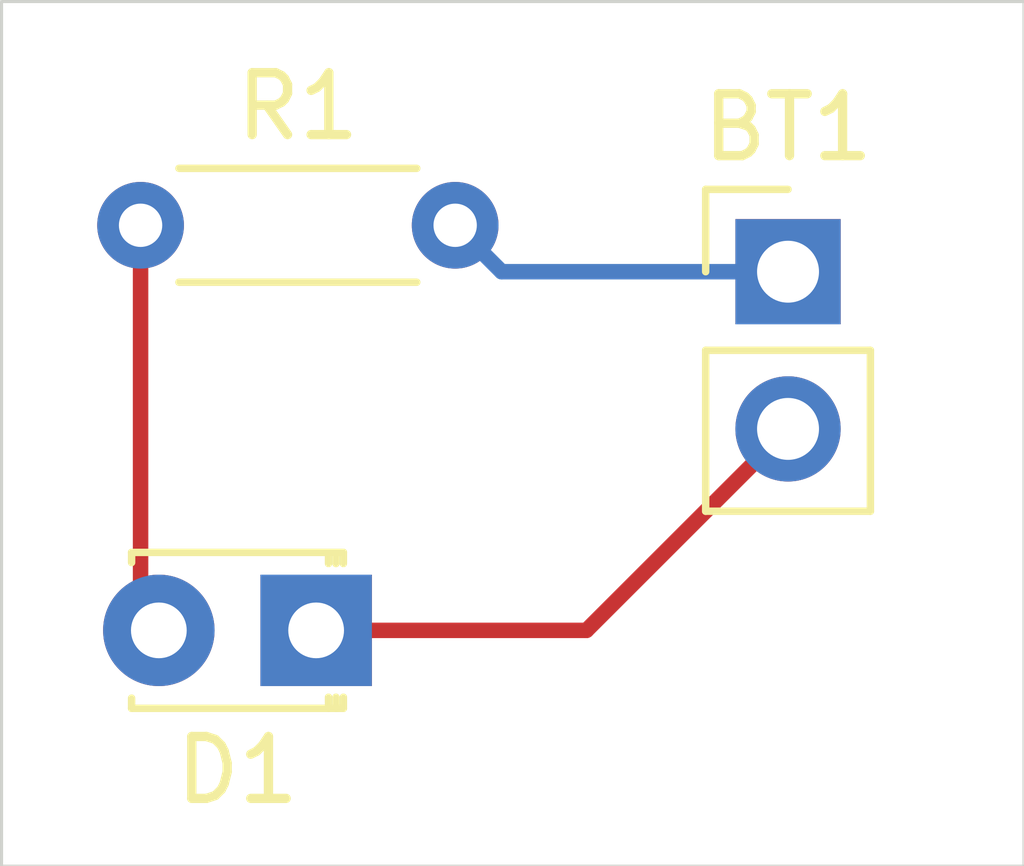
<source format=kicad_pcb>
(kicad_pcb (version 20171130) (host pcbnew "(5.1.4)-1")

  (general
    (thickness 1.6)
    (drawings 5)
    (tracks 6)
    (zones 0)
    (modules 3)
    (nets 4)
  )

  (page A4)
  (layers
    (0 F.Cu signal)
    (31 B.Cu signal)
    (32 B.Adhes user)
    (33 F.Adhes user)
    (34 B.Paste user)
    (35 F.Paste user)
    (36 B.SilkS user)
    (37 F.SilkS user)
    (38 B.Mask user)
    (39 F.Mask user)
    (40 Dwgs.User user)
    (41 Cmts.User user)
    (42 Eco1.User user)
    (43 Eco2.User user)
    (44 Edge.Cuts user)
    (45 Margin user)
    (46 B.CrtYd user)
    (47 F.CrtYd user)
    (48 B.Fab user)
    (49 F.Fab user)
  )

  (setup
    (last_trace_width 0.25)
    (trace_clearance 0.2)
    (zone_clearance 0.508)
    (zone_45_only no)
    (trace_min 0.2)
    (via_size 0.8)
    (via_drill 0.4)
    (via_min_size 0.4)
    (via_min_drill 0.3)
    (uvia_size 0.3)
    (uvia_drill 0.1)
    (uvias_allowed no)
    (uvia_min_size 0.2)
    (uvia_min_drill 0.1)
    (edge_width 0.05)
    (segment_width 0.2)
    (pcb_text_width 0.3)
    (pcb_text_size 1.5 1.5)
    (mod_edge_width 0.12)
    (mod_text_size 1 1)
    (mod_text_width 0.15)
    (pad_size 1.524 1.524)
    (pad_drill 0.762)
    (pad_to_mask_clearance 0.051)
    (solder_mask_min_width 0.25)
    (aux_axis_origin 0 0)
    (visible_elements FFFFFF7F)
    (pcbplotparams
      (layerselection 0x010fc_ffffffff)
      (usegerberextensions false)
      (usegerberattributes false)
      (usegerberadvancedattributes false)
      (creategerberjobfile false)
      (excludeedgelayer true)
      (linewidth 0.100000)
      (plotframeref false)
      (viasonmask false)
      (mode 1)
      (useauxorigin false)
      (hpglpennumber 1)
      (hpglpenspeed 20)
      (hpglpendiameter 15.000000)
      (psnegative false)
      (psa4output false)
      (plotreference true)
      (plotvalue true)
      (plotinvisibletext false)
      (padsonsilk false)
      (subtractmaskfromsilk false)
      (outputformat 1)
      (mirror false)
      (drillshape 1)
      (scaleselection 1)
      (outputdirectory ""))
  )

  (net 0 "")
  (net 1 "Net-(BT1-Pad1)")
  (net 2 "Net-(BT1-Pad2)")
  (net 3 "Net-(D1-Pad2)")

  (net_class Default "This is the default net class."
    (clearance 0.2)
    (trace_width 0.25)
    (via_dia 0.8)
    (via_drill 0.4)
    (uvia_dia 0.3)
    (uvia_drill 0.1)
    (add_net "Net-(BT1-Pad1)")
    (add_net "Net-(BT1-Pad2)")
    (add_net "Net-(D1-Pad2)")
  )

  (module Connector_PinHeader_2.54mm:PinHeader_1x02_P2.54mm_Vertical (layer F.Cu) (tedit 59FED5CC) (tstamp 5E96BD34)
    (at 172.72 125.015001)
    (descr "Through hole straight pin header, 1x02, 2.54mm pitch, single row")
    (tags "Through hole pin header THT 1x02 2.54mm single row")
    (path /5E96844D)
    (fp_text reference BT1 (at 0 -2.33) (layer F.SilkS)
      (effects (font (size 1 1) (thickness 0.15)))
    )
    (fp_text value 9V (at 0 4.87) (layer F.Fab)
      (effects (font (size 1 1) (thickness 0.15)))
    )
    (fp_line (start -0.635 -1.27) (end 1.27 -1.27) (layer F.Fab) (width 0.1))
    (fp_line (start 1.27 -1.27) (end 1.27 3.81) (layer F.Fab) (width 0.1))
    (fp_line (start 1.27 3.81) (end -1.27 3.81) (layer F.Fab) (width 0.1))
    (fp_line (start -1.27 3.81) (end -1.27 -0.635) (layer F.Fab) (width 0.1))
    (fp_line (start -1.27 -0.635) (end -0.635 -1.27) (layer F.Fab) (width 0.1))
    (fp_line (start -1.33 3.87) (end 1.33 3.87) (layer F.SilkS) (width 0.12))
    (fp_line (start -1.33 1.27) (end -1.33 3.87) (layer F.SilkS) (width 0.12))
    (fp_line (start 1.33 1.27) (end 1.33 3.87) (layer F.SilkS) (width 0.12))
    (fp_line (start -1.33 1.27) (end 1.33 1.27) (layer F.SilkS) (width 0.12))
    (fp_line (start -1.33 0) (end -1.33 -1.33) (layer F.SilkS) (width 0.12))
    (fp_line (start -1.33 -1.33) (end 0 -1.33) (layer F.SilkS) (width 0.12))
    (fp_line (start -1.8 -1.8) (end -1.8 4.35) (layer F.CrtYd) (width 0.05))
    (fp_line (start -1.8 4.35) (end 1.8 4.35) (layer F.CrtYd) (width 0.05))
    (fp_line (start 1.8 4.35) (end 1.8 -1.8) (layer F.CrtYd) (width 0.05))
    (fp_line (start 1.8 -1.8) (end -1.8 -1.8) (layer F.CrtYd) (width 0.05))
    (fp_text user %R (at 0 1.27 90) (layer F.Fab)
      (effects (font (size 1 1) (thickness 0.15)))
    )
    (pad 1 thru_hole rect (at 0 0) (size 1.7 1.7) (drill 1) (layers *.Cu *.Mask)
      (net 1 "Net-(BT1-Pad1)"))
    (pad 2 thru_hole oval (at 0 2.54) (size 1.7 1.7) (drill 1) (layers *.Cu *.Mask)
      (net 2 "Net-(BT1-Pad2)"))
    (model ${KISYS3DMOD}/Connector_PinHeader_2.54mm.3dshapes/PinHeader_1x02_P2.54mm_Vertical.wrl
      (at (xyz 0 0 0))
      (scale (xyz 1 1 1))
      (rotate (xyz 0 0 0))
    )
  )

  (module LED_THT:LED_D1.8mm_W3.3mm_H2.4mm (layer F.Cu) (tedit 5880A862) (tstamp 5E96BD4D)
    (at 165.1 130.81 180)
    (descr "LED, Round,  Rectangular size 3.3x2.4mm^2 diameter 1.8mm, 2 pins")
    (tags "LED Round  Rectangular size 3.3x2.4mm^2 diameter 1.8mm 2 pins")
    (path /5E967318)
    (fp_text reference D1 (at 1.27 -2.26) (layer F.SilkS)
      (effects (font (size 1 1) (thickness 0.15)))
    )
    (fp_text value LED (at 1.27 2.26) (layer F.Fab)
      (effects (font (size 1 1) (thickness 0.15)))
    )
    (fp_circle (center 1.27 0) (end 2.17 0) (layer F.Fab) (width 0.1))
    (fp_line (start -0.38 -1.2) (end -0.38 1.2) (layer F.Fab) (width 0.1))
    (fp_line (start -0.38 1.2) (end 2.92 1.2) (layer F.Fab) (width 0.1))
    (fp_line (start 2.92 1.2) (end 2.92 -1.2) (layer F.Fab) (width 0.1))
    (fp_line (start 2.92 -1.2) (end -0.38 -1.2) (layer F.Fab) (width 0.1))
    (fp_line (start -0.44 -1.26) (end 2.98 -1.26) (layer F.SilkS) (width 0.12))
    (fp_line (start -0.44 1.26) (end 2.98 1.26) (layer F.SilkS) (width 0.12))
    (fp_line (start -0.44 -1.26) (end -0.44 -1.08) (layer F.SilkS) (width 0.12))
    (fp_line (start -0.44 1.08) (end -0.44 1.26) (layer F.SilkS) (width 0.12))
    (fp_line (start 2.98 -1.26) (end 2.98 -1.095) (layer F.SilkS) (width 0.12))
    (fp_line (start 2.98 1.095) (end 2.98 1.26) (layer F.SilkS) (width 0.12))
    (fp_line (start -0.32 -1.26) (end -0.32 -1.08) (layer F.SilkS) (width 0.12))
    (fp_line (start -0.32 1.08) (end -0.32 1.26) (layer F.SilkS) (width 0.12))
    (fp_line (start -0.2 -1.26) (end -0.2 -1.08) (layer F.SilkS) (width 0.12))
    (fp_line (start -0.2 1.08) (end -0.2 1.26) (layer F.SilkS) (width 0.12))
    (fp_line (start -1.15 -1.55) (end -1.15 1.55) (layer F.CrtYd) (width 0.05))
    (fp_line (start -1.15 1.55) (end 3.7 1.55) (layer F.CrtYd) (width 0.05))
    (fp_line (start 3.7 1.55) (end 3.7 -1.55) (layer F.CrtYd) (width 0.05))
    (fp_line (start 3.7 -1.55) (end -1.15 -1.55) (layer F.CrtYd) (width 0.05))
    (pad 1 thru_hole rect (at 0 0 180) (size 1.8 1.8) (drill 0.9) (layers *.Cu *.Mask)
      (net 2 "Net-(BT1-Pad2)"))
    (pad 2 thru_hole circle (at 2.54 0 180) (size 1.8 1.8) (drill 0.9) (layers *.Cu *.Mask)
      (net 3 "Net-(D1-Pad2)"))
    (model ${KISYS3DMOD}/LED_THT.3dshapes/LED_D1.8mm_W3.3mm_H2.4mm.wrl
      (at (xyz 0 0 0))
      (scale (xyz 1 1 1))
      (rotate (xyz 0 0 0))
    )
  )

  (module Resistor_THT:R_Axial_DIN0204_L3.6mm_D1.6mm_P5.08mm_Horizontal (layer F.Cu) (tedit 5AE5139B) (tstamp 5E96BD60)
    (at 162.265001 124.265001)
    (descr "Resistor, Axial_DIN0204 series, Axial, Horizontal, pin pitch=5.08mm, 0.167W, length*diameter=3.6*1.6mm^2, http://cdn-reichelt.de/documents/datenblatt/B400/1_4W%23YAG.pdf")
    (tags "Resistor Axial_DIN0204 series Axial Horizontal pin pitch 5.08mm 0.167W length 3.6mm diameter 1.6mm")
    (path /5E966B5A)
    (fp_text reference R1 (at 2.54 -1.92) (layer F.SilkS)
      (effects (font (size 1 1) (thickness 0.15)))
    )
    (fp_text value 470 (at 2.54 1.92) (layer F.Fab)
      (effects (font (size 1 1) (thickness 0.15)))
    )
    (fp_line (start 0.74 -0.8) (end 0.74 0.8) (layer F.Fab) (width 0.1))
    (fp_line (start 0.74 0.8) (end 4.34 0.8) (layer F.Fab) (width 0.1))
    (fp_line (start 4.34 0.8) (end 4.34 -0.8) (layer F.Fab) (width 0.1))
    (fp_line (start 4.34 -0.8) (end 0.74 -0.8) (layer F.Fab) (width 0.1))
    (fp_line (start 0 0) (end 0.74 0) (layer F.Fab) (width 0.1))
    (fp_line (start 5.08 0) (end 4.34 0) (layer F.Fab) (width 0.1))
    (fp_line (start 0.62 -0.92) (end 4.46 -0.92) (layer F.SilkS) (width 0.12))
    (fp_line (start 0.62 0.92) (end 4.46 0.92) (layer F.SilkS) (width 0.12))
    (fp_line (start -0.95 -1.05) (end -0.95 1.05) (layer F.CrtYd) (width 0.05))
    (fp_line (start -0.95 1.05) (end 6.03 1.05) (layer F.CrtYd) (width 0.05))
    (fp_line (start 6.03 1.05) (end 6.03 -1.05) (layer F.CrtYd) (width 0.05))
    (fp_line (start 6.03 -1.05) (end -0.95 -1.05) (layer F.CrtYd) (width 0.05))
    (fp_text user %R (at 2.54 0) (layer F.Fab)
      (effects (font (size 0.72 0.72) (thickness 0.108)))
    )
    (pad 1 thru_hole circle (at 0 0) (size 1.4 1.4) (drill 0.7) (layers *.Cu *.Mask)
      (net 3 "Net-(D1-Pad2)"))
    (pad 2 thru_hole oval (at 5.08 0) (size 1.4 1.4) (drill 0.7) (layers *.Cu *.Mask)
      (net 1 "Net-(BT1-Pad1)"))
    (model ${KISYS3DMOD}/Resistor_THT.3dshapes/R_Axial_DIN0204_L3.6mm_D1.6mm_P5.08mm_Horizontal.wrl
      (at (xyz 0 0 0))
      (scale (xyz 1 1 1))
      (rotate (xyz 0 0 0))
    )
  )

  (gr_line (start 176.53 120.65) (end 176.53 121.92) (layer Edge.Cuts) (width 0.05) (tstamp 5E96BF13))
  (gr_line (start 160.02 120.65) (end 176.53 120.65) (layer Edge.Cuts) (width 0.05))
  (gr_line (start 160.02 134.62) (end 160.02 120.65) (layer Edge.Cuts) (width 0.05))
  (gr_line (start 176.53 134.62) (end 160.02 134.62) (layer Edge.Cuts) (width 0.05))
  (gr_line (start 176.53 121.92) (end 176.53 134.62) (layer Edge.Cuts) (width 0.05))

  (segment (start 168.095001 125.015001) (end 167.345001 124.265001) (width 0.25) (layer B.Cu) (net 1))
  (segment (start 172.72 125.015001) (end 168.095001 125.015001) (width 0.25) (layer B.Cu) (net 1))
  (segment (start 169.465001 130.81) (end 172.72 127.555001) (width 0.25) (layer F.Cu) (net 2))
  (segment (start 165.1 130.81) (end 169.465001 130.81) (width 0.25) (layer F.Cu) (net 2))
  (segment (start 162.265001 130.515001) (end 162.56 130.81) (width 0.25) (layer F.Cu) (net 3))
  (segment (start 162.265001 124.265001) (end 162.265001 130.515001) (width 0.25) (layer F.Cu) (net 3))

)

</source>
